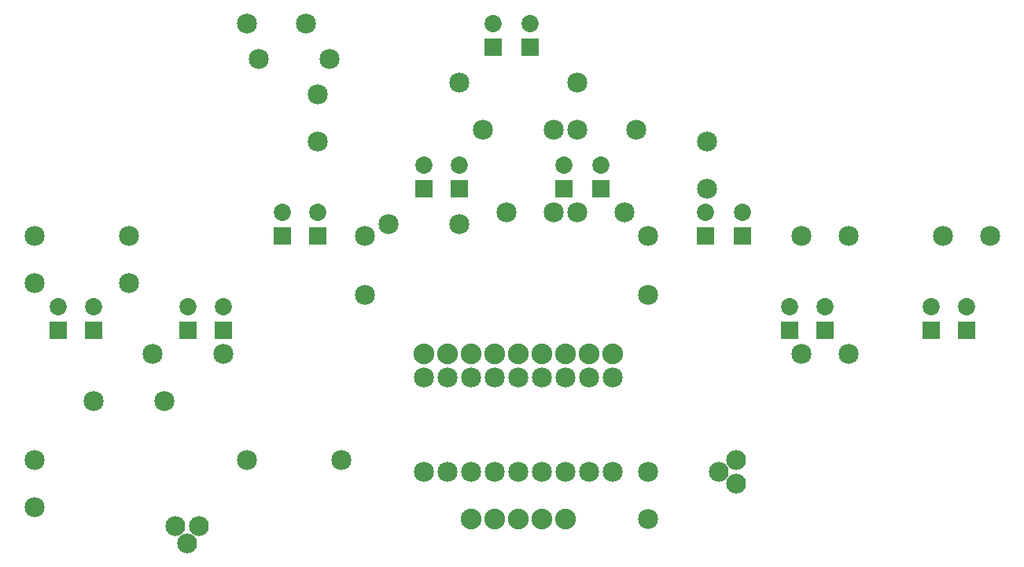
<source format=gts>
G04 MADE WITH FRITZING*
G04 WWW.FRITZING.ORG*
G04 DOUBLE SIDED*
G04 HOLES PLATED*
G04 CONTOUR ON CENTER OF CONTOUR VECTOR*
%ASAXBY*%
%FSLAX23Y23*%
%MOIN*%
%OFA0B0*%
%SFA1.0B1.0*%
%ADD10C,0.072992*%
%ADD11C,0.088000*%
%ADD12C,0.085000*%
%ADD13C,0.084000*%
%ADD14R,0.072992X0.072992*%
%LNMASK1*%
G90*
G70*
G54D10*
X400Y1030D03*
X400Y1129D03*
X400Y1030D03*
X400Y1129D03*
X250Y1030D03*
X250Y1129D03*
X250Y1030D03*
X250Y1129D03*
X3950Y1030D03*
X3950Y1129D03*
X3950Y1030D03*
X3950Y1129D03*
X4100Y1030D03*
X4100Y1129D03*
X4100Y1030D03*
X4100Y1129D03*
X3350Y1030D03*
X3350Y1129D03*
X3350Y1030D03*
X3350Y1129D03*
X3500Y1030D03*
X3500Y1129D03*
X3500Y1030D03*
X3500Y1129D03*
X950Y1030D03*
X950Y1129D03*
X950Y1030D03*
X950Y1129D03*
X800Y1030D03*
X800Y1129D03*
X800Y1030D03*
X800Y1129D03*
X1350Y1430D03*
X1350Y1529D03*
X1350Y1430D03*
X1350Y1529D03*
X1200Y1430D03*
X1200Y1529D03*
X1200Y1430D03*
X1200Y1529D03*
X2993Y1430D03*
X2993Y1529D03*
X2993Y1430D03*
X2993Y1529D03*
X3150Y1430D03*
X3150Y1529D03*
X3150Y1430D03*
X3150Y1529D03*
X2393Y1630D03*
X2393Y1729D03*
X2393Y1630D03*
X2393Y1729D03*
X2550Y1630D03*
X2550Y1729D03*
X2550Y1630D03*
X2550Y1729D03*
X1800Y1630D03*
X1800Y1729D03*
X1800Y1630D03*
X1800Y1729D03*
X1950Y1630D03*
X1950Y1729D03*
X1950Y1630D03*
X1950Y1729D03*
X2250Y2230D03*
X2250Y2329D03*
X2250Y2230D03*
X2250Y2329D03*
X2093Y2230D03*
X2093Y2329D03*
X2093Y2230D03*
X2093Y2329D03*
G54D11*
X2000Y229D03*
X2100Y229D03*
X2200Y229D03*
X2300Y229D03*
X2400Y229D03*
X1800Y929D03*
X1900Y929D03*
X2000Y929D03*
X2100Y929D03*
X2200Y929D03*
X2300Y929D03*
X2400Y929D03*
X2500Y929D03*
X2600Y929D03*
G54D12*
X2600Y429D03*
X2600Y829D03*
X2500Y429D03*
X2500Y829D03*
X2400Y429D03*
X2400Y829D03*
X2300Y429D03*
X2300Y829D03*
X2200Y429D03*
X2200Y829D03*
X2100Y429D03*
X2100Y829D03*
X2000Y429D03*
X2000Y829D03*
X1900Y429D03*
X1900Y829D03*
X1050Y479D03*
X1450Y479D03*
X1800Y429D03*
X1800Y829D03*
X150Y279D03*
X150Y479D03*
X150Y1229D03*
X150Y1429D03*
X1350Y1829D03*
X1350Y2029D03*
X1550Y1179D03*
X1550Y1429D03*
X550Y1229D03*
X550Y1429D03*
X650Y929D03*
X950Y929D03*
X400Y729D03*
X700Y729D03*
X2750Y429D03*
X2750Y229D03*
X1100Y2179D03*
X1400Y2179D03*
X1950Y2079D03*
X2450Y2079D03*
X2450Y1879D03*
X2700Y1879D03*
X1050Y2329D03*
X1300Y2329D03*
X2050Y1879D03*
X2350Y1879D03*
X3000Y1829D03*
X3000Y1629D03*
X3400Y1429D03*
X3600Y1429D03*
X4000Y1429D03*
X4200Y1429D03*
X3400Y929D03*
X3600Y929D03*
X2750Y1429D03*
X2750Y1179D03*
X2450Y1529D03*
X2650Y1529D03*
X1650Y1479D03*
X1950Y1479D03*
X2150Y1529D03*
X2350Y1529D03*
G54D13*
X3125Y379D03*
X3050Y429D03*
X3125Y479D03*
X3125Y379D03*
X3050Y429D03*
X3125Y479D03*
X847Y200D03*
X797Y125D03*
X747Y200D03*
X847Y200D03*
X797Y125D03*
X747Y200D03*
G54D14*
X400Y1030D03*
X400Y1030D03*
X250Y1030D03*
X250Y1030D03*
X3950Y1030D03*
X3950Y1030D03*
X4100Y1030D03*
X4100Y1030D03*
X3350Y1030D03*
X3350Y1030D03*
X3500Y1030D03*
X3500Y1030D03*
X950Y1030D03*
X950Y1030D03*
X800Y1030D03*
X800Y1030D03*
X1350Y1430D03*
X1350Y1430D03*
X1200Y1430D03*
X1200Y1430D03*
X2993Y1430D03*
X2993Y1430D03*
X3150Y1430D03*
X3150Y1430D03*
X2393Y1630D03*
X2393Y1630D03*
X2550Y1630D03*
X2550Y1630D03*
X1800Y1630D03*
X1800Y1630D03*
X1950Y1630D03*
X1950Y1630D03*
X2250Y2230D03*
X2250Y2230D03*
X2093Y2230D03*
X2093Y2230D03*
G04 End of Mask1*
M02*
</source>
